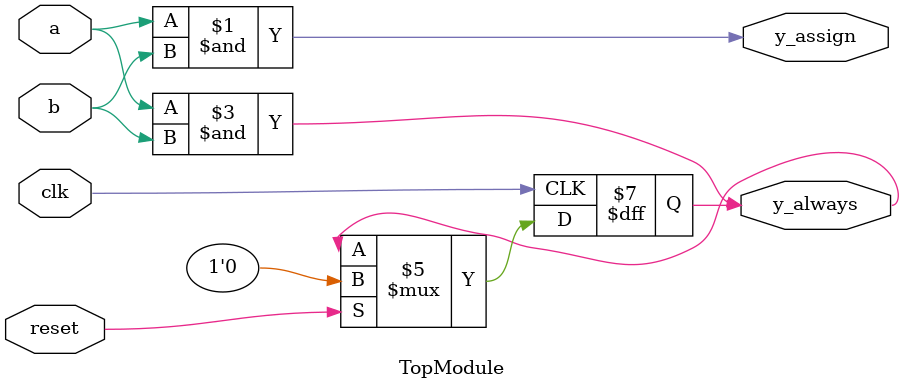
<source format=sv>
module TopModule (
    input logic a,
    input logic b,
    input logic clk,
    input logic reset,
    output logic y_assign,
    output logic y_always
);

    // Assign statement for AND gate functionality
    assign y_assign = a & b;

    // Combinational always block for AND gate functionality
    always @(*) begin
        y_always = a & b;
    end

    // Synchronous reset implementation
    always @(posedge clk) begin
        if (reset) begin
            y_always <= 1'b0; // Initialize to zero on reset
        end
    end

endmodule
</source>
